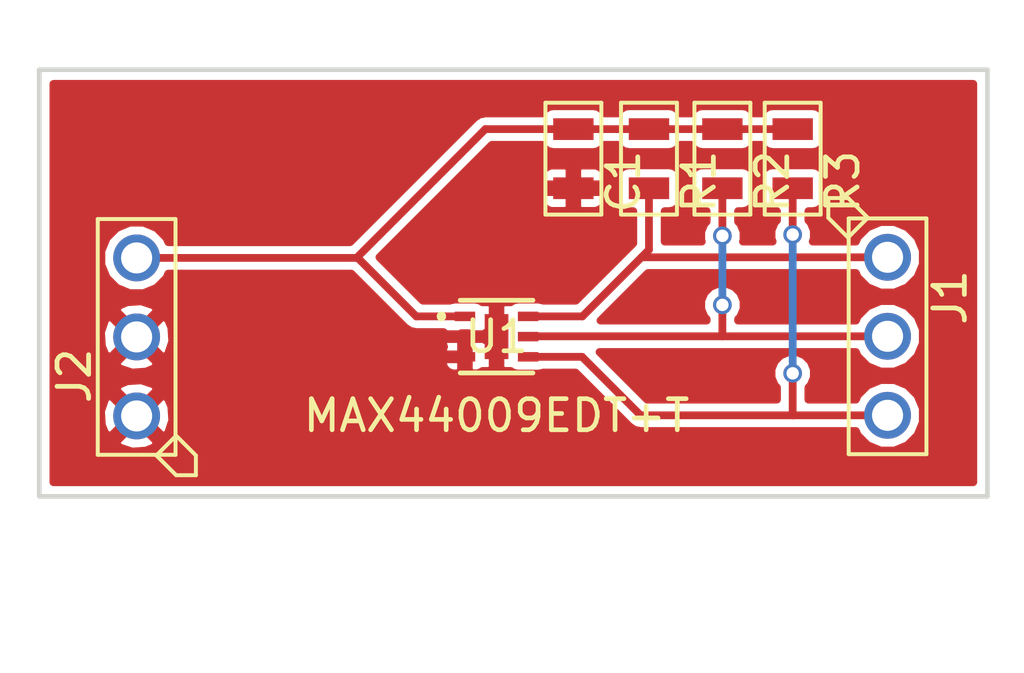
<source format=kicad_pcb>
(kicad_pcb (version 4) (host pcbnew 4.0.7)

  (general
    (links 30)
    (no_connects 14)
    (area 120.146035 82.428179 158.754606 100.098501)
    (thickness 1.6)
    (drawings 5)
    (tracks 32)
    (zones 0)
    (modules 7)
    (nets 6)
  )

  (page A4)
  (layers
    (0 F.Cu signal)
    (31 B.Cu signal)
    (32 B.Adhes user)
    (33 F.Adhes user)
    (34 B.Paste user)
    (35 F.Paste user)
    (36 B.SilkS user)
    (37 F.SilkS user)
    (38 B.Mask user)
    (39 F.Mask user)
    (40 Dwgs.User user)
    (41 Cmts.User user)
    (42 Eco1.User user)
    (43 Eco2.User user)
    (44 Edge.Cuts user)
    (45 Margin user)
    (46 B.CrtYd user)
    (47 F.CrtYd user)
    (48 B.Fab user)
    (49 F.Fab user)
  )

  (setup
    (last_trace_width 0.25)
    (trace_clearance 0.2)
    (zone_clearance 0.254)
    (zone_45_only no)
    (trace_min 0.2)
    (segment_width 0.2)
    (edge_width 0.15)
    (via_size 0.6)
    (via_drill 0.4)
    (via_min_size 0.4)
    (via_min_drill 0.3)
    (uvia_size 0.3)
    (uvia_drill 0.1)
    (uvias_allowed no)
    (uvia_min_size 0.2)
    (uvia_min_drill 0.1)
    (pcb_text_width 0.3)
    (pcb_text_size 1.5 1.5)
    (mod_edge_width 0.15)
    (mod_text_size 1 1)
    (mod_text_width 0.15)
    (pad_size 1.524 1.524)
    (pad_drill 0.762)
    (pad_to_mask_clearance 0.2)
    (aux_axis_origin 0 0)
    (visible_elements FFFE5F3F)
    (pcbplotparams
      (layerselection 0x00030_80000001)
      (usegerberextensions false)
      (excludeedgelayer true)
      (linewidth 0.100000)
      (plotframeref false)
      (viasonmask false)
      (mode 1)
      (useauxorigin false)
      (hpglpennumber 1)
      (hpglpenspeed 20)
      (hpglpendiameter 15)
      (hpglpenoverlay 2)
      (psnegative false)
      (psa4output false)
      (plotreference true)
      (plotvalue true)
      (plotinvisibletext false)
      (padsonsilk false)
      (subtractmaskfromsilk false)
      (outputformat 1)
      (mirror false)
      (drillshape 1)
      (scaleselection 1)
      (outputdirectory ""))
  )

  (net 0 "")
  (net 1 +3V3)
  (net 2 GNDREF)
  (net 3 "Net-(J1-Pad1)")
  (net 4 "Net-(J1-Pad2)")
  (net 5 "Net-(J1-Pad3)")

  (net_class Default "This is the default net class."
    (clearance 0.2)
    (trace_width 0.25)
    (via_dia 0.6)
    (via_drill 0.4)
    (uvia_dia 0.3)
    (uvia_drill 0.1)
    (add_net +3V3)
    (add_net GNDREF)
    (add_net "Net-(J1-Pad1)")
    (add_net "Net-(J1-Pad2)")
    (add_net "Net-(J1-Pad3)")
  )

  (module MF_Passives:MF_Passives-C0805 (layer F.Cu) (tedit 590423DA) (tstamp 5A667142)
    (at 144.17 76.52 270)
    (descr "DESCRIPTION: STANDARD 0805 PACKAGE FOR CAPACITORS")
    (tags "DESCRIPTION: STANDARD 0805 PACKAGE FOR CAPACITORS")
    (path /5A666373)
    (solder_mask_margin 0.1016)
    (clearance 0.1016)
    (attr smd)
    (fp_text reference C1 (at 0.73914 -1.60782 270) (layer F.SilkS)
      (effects (font (size 1.016 1.016) (thickness 0.1524)))
    )
    (fp_text value 1uF (at 0.73914 -3.13182 270) (layer F.Fab)
      (effects (font (size 1.016 1.016) (thickness 0.1524)))
    )
    (fp_line (start -1.79832 -0.89916) (end -1.79832 0.89916) (layer F.SilkS) (width 0.127))
    (fp_line (start -1.79832 0.89916) (end 1.79832 0.89916) (layer F.SilkS) (width 0.127))
    (fp_line (start 1.79832 0.89916) (end 1.79832 -0.89916) (layer F.SilkS) (width 0.127))
    (fp_line (start 1.79832 -0.89916) (end -1.79832 -0.89916) (layer F.SilkS) (width 0.127))
    (pad 1 smd rect (at -0.94996 0 90) (size 0.6985 1.29794) (layers F.Cu F.Paste F.Mask)
      (net 1 +3V3))
    (pad 2 smd rect (at 0.94996 0 90) (size 0.6985 1.29794) (layers F.Cu F.Paste F.Mask)
      (net 2 GNDREF))
  )

  (module MF_Connectors:MF_Connectors-PTH_2.54MM_01X03 (layer F.Cu) (tedit 590423DA) (tstamp 5A667149)
    (at 154.27 82.23 270)
    (descr "DESCRIPTION: PACKAGE FOR 2.54MM PITCH HEADER 3 POSITION. BASED ON 4UCON 00834.")
    (tags "DESCRIPTION: PACKAGE FOR 2.54MM PITCH HEADER 3 POSITION. BASED ON 4UCON 00834.")
    (path /5A665C2E)
    (attr virtual)
    (fp_text reference J1 (at -1.24968 -2.0066 270) (layer F.SilkS)
      (effects (font (size 1.016 1.016) (thickness 0.1524)))
    )
    (fp_text value CON_01X03_PTH_2.54MM (at -1.24968 -3.5306 270) (layer F.Fab)
      (effects (font (size 1.016 1.016) (thickness 0.1524)))
    )
    (fp_line (start -3.78968 -1.24968) (end 3.78968 -1.24968) (layer F.SilkS) (width 0.127))
    (fp_line (start 3.78968 -1.24968) (end 3.78968 1.24968) (layer F.SilkS) (width 0.127))
    (fp_line (start 3.78968 1.24968) (end -3.78968 1.24968) (layer F.SilkS) (width 0.127))
    (fp_line (start -3.78968 1.24968) (end -3.78968 -1.24968) (layer F.SilkS) (width 0.127))
    (fp_line (start -4.445 1.905) (end -3.81 1.905) (layer F.SilkS) (width 0.127))
    (fp_line (start -3.81 1.905) (end -3.175 1.27) (layer F.SilkS) (width 0.127))
    (fp_line (start -3.175 1.27) (end -3.81 0.635) (layer F.SilkS) (width 0.127))
    (fp_line (start -3.81 0.635) (end -4.445 1.27) (layer F.SilkS) (width 0.127))
    (fp_line (start -4.445 1.27) (end -4.445 1.905) (layer F.SilkS) (width 0.127))
    (pad 1 thru_hole circle (at -2.54 0 270) (size 1.50622 1.50622) (drill 0.99822) (layers *.Cu *.Mask)
      (net 3 "Net-(J1-Pad1)"))
    (pad 2 thru_hole circle (at 0 0 270) (size 1.50622 1.50622) (drill 0.99822) (layers *.Cu *.Mask)
      (net 4 "Net-(J1-Pad2)"))
    (pad 3 thru_hole circle (at 2.54 0 270) (size 1.50622 1.50622) (drill 0.99822) (layers *.Cu *.Mask)
      (net 5 "Net-(J1-Pad3)"))
  )

  (module MF_Passives:MF_Passives-R0805 (layer F.Cu) (tedit 590423DA) (tstamp 5A66714F)
    (at 146.6 76.52 270)
    (descr "DESCRIPTION: STANDARD 0805 PACKAGE FOR RESISTORS")
    (tags "DESCRIPTION: STANDARD 0805 PACKAGE FOR RESISTORS")
    (path /5A665F63)
    (solder_mask_margin 0.127)
    (clearance 0.127)
    (attr smd)
    (fp_text reference R1 (at 0.73914 -1.60782 270) (layer F.SilkS)
      (effects (font (size 1.016 1.016) (thickness 0.1524)))
    )
    (fp_text value 10k (at 0.73914 -3.13182 270) (layer F.Fab)
      (effects (font (size 1.016 1.016) (thickness 0.1524)))
    )
    (fp_line (start -1.79832 -0.89916) (end -1.79832 0.89916) (layer F.SilkS) (width 0.127))
    (fp_line (start -1.79832 0.89916) (end 1.79832 0.89916) (layer F.SilkS) (width 0.127))
    (fp_line (start 1.79832 0.89916) (end 1.79832 -0.89916) (layer F.SilkS) (width 0.127))
    (fp_line (start 1.79832 -0.89916) (end -1.79832 -0.89916) (layer F.SilkS) (width 0.127))
    (pad 1 smd rect (at -0.94996 0 90) (size 0.6985 1.29794) (layers F.Cu F.Paste F.Mask)
      (net 1 +3V3))
    (pad 2 smd rect (at 0.94996 0 90) (size 0.6985 1.29794) (layers F.Cu F.Paste F.Mask)
      (net 3 "Net-(J1-Pad1)"))
  )

  (module MF_Passives:MF_Passives-R0805 (layer F.Cu) (tedit 590423DA) (tstamp 5A667155)
    (at 148.96 76.52 270)
    (descr "DESCRIPTION: STANDARD 0805 PACKAGE FOR RESISTORS")
    (tags "DESCRIPTION: STANDARD 0805 PACKAGE FOR RESISTORS")
    (path /5A666020)
    (solder_mask_margin 0.127)
    (clearance 0.127)
    (attr smd)
    (fp_text reference R2 (at 0.73914 -1.60782 270) (layer F.SilkS)
      (effects (font (size 1.016 1.016) (thickness 0.1524)))
    )
    (fp_text value 10k (at 0.73914 -3.13182 270) (layer F.Fab)
      (effects (font (size 1.016 1.016) (thickness 0.1524)))
    )
    (fp_line (start -1.79832 -0.89916) (end -1.79832 0.89916) (layer F.SilkS) (width 0.127))
    (fp_line (start -1.79832 0.89916) (end 1.79832 0.89916) (layer F.SilkS) (width 0.127))
    (fp_line (start 1.79832 0.89916) (end 1.79832 -0.89916) (layer F.SilkS) (width 0.127))
    (fp_line (start 1.79832 -0.89916) (end -1.79832 -0.89916) (layer F.SilkS) (width 0.127))
    (pad 1 smd rect (at -0.94996 0 90) (size 0.6985 1.29794) (layers F.Cu F.Paste F.Mask)
      (net 1 +3V3))
    (pad 2 smd rect (at 0.94996 0 90) (size 0.6985 1.29794) (layers F.Cu F.Paste F.Mask)
      (net 4 "Net-(J1-Pad2)"))
  )

  (module MF_Passives:MF_Passives-R0805 (layer F.Cu) (tedit 590423DA) (tstamp 5A66715B)
    (at 151.22 76.52 270)
    (descr "DESCRIPTION: STANDARD 0805 PACKAGE FOR RESISTORS")
    (tags "DESCRIPTION: STANDARD 0805 PACKAGE FOR RESISTORS")
    (path /5A6660C8)
    (solder_mask_margin 0.127)
    (clearance 0.127)
    (attr smd)
    (fp_text reference R3 (at 0.73914 -1.60782 270) (layer F.SilkS)
      (effects (font (size 1.016 1.016) (thickness 0.1524)))
    )
    (fp_text value 10k (at 0.73914 -3.13182 270) (layer F.Fab)
      (effects (font (size 1.016 1.016) (thickness 0.1524)))
    )
    (fp_line (start -1.79832 -0.89916) (end -1.79832 0.89916) (layer F.SilkS) (width 0.127))
    (fp_line (start -1.79832 0.89916) (end 1.79832 0.89916) (layer F.SilkS) (width 0.127))
    (fp_line (start 1.79832 0.89916) (end 1.79832 -0.89916) (layer F.SilkS) (width 0.127))
    (fp_line (start 1.79832 -0.89916) (end -1.79832 -0.89916) (layer F.SilkS) (width 0.127))
    (pad 1 smd rect (at -0.94996 0 90) (size 0.6985 1.29794) (layers F.Cu F.Paste F.Mask)
      (net 1 +3V3))
    (pad 2 smd rect (at 0.94996 0 90) (size 0.6985 1.29794) (layers F.Cu F.Paste F.Mask)
      (net 5 "Net-(J1-Pad3)"))
  )

  (module light:MAX44009EDT&plus_T (layer F.Cu) (tedit 5A667C18) (tstamp 5A667174)
    (at 141.7 82.24)
    (path /5A66561A)
    (fp_text reference U1 (at 0 0) (layer F.SilkS)
      (effects (font (size 1 1) (thickness 0.15)))
    )
    (fp_text value MAX44009EDT+T (at 0 2.54) (layer F.SilkS)
      (effects (font (size 1 1) (thickness 0.15)))
    )
    (fp_line (start -1.1684 1.1684) (end 1.1684 1.1684) (layer F.SilkS) (width 0.1524))
    (fp_line (start 1.1684 -1.1684) (end -1.1684 -1.1684) (layer F.SilkS) (width 0.1524))
    (fp_line (start -1.0414 1.0414) (end 1.0414 1.0414) (layer Dwgs.User) (width 0.1524))
    (fp_line (start 1.0414 1.0414) (end 1.0414 -1.0414) (layer Dwgs.User) (width 0.1524))
    (fp_line (start 1.0414 -1.0414) (end -1.0414 -1.0414) (layer Dwgs.User) (width 0.1524))
    (fp_line (start -1.0414 -1.0414) (end -1.0414 1.0414) (layer Dwgs.User) (width 0.1524))
    (fp_circle (center -1.7728 -0.65) (end -1.6966 -0.65) (layer F.SilkS) (width 0.1524))
    (pad 1 smd rect (at -1.016 -0.649999) (size 0.6604 0.3048) (layers F.Cu)
      (net 1 +3V3))
    (pad 1 smd rect (at -1.016 -0.649999) (size 0.6604 0.3048) (layers F.Paste)
      (net 1 +3V3))
    (pad 1 smd rect (at -1.016 -0.649999) (size 0.6604 0.3048) (layers F.Mask)
      (net 1 +3V3))
    (pad 2 smd rect (at -1.016 0) (size 0.6604 0.3048) (layers F.Cu)
      (net 2 GNDREF))
    (pad 2 smd rect (at -1.016 0) (size 0.6604 0.3048) (layers F.Paste)
      (net 2 GNDREF))
    (pad 2 smd rect (at -1.016 0) (size 0.6604 0.3048) (layers F.Mask)
      (net 2 GNDREF))
    (pad 3 smd rect (at -1.016 0.649999) (size 0.6604 0.3048) (layers F.Cu)
      (net 2 GNDREF))
    (pad 3 smd rect (at -1.016 0.649999) (size 0.6604 0.3048) (layers F.Paste)
      (net 2 GNDREF))
    (pad 3 smd rect (at -1.016 0.649999) (size 0.6604 0.3048) (layers F.Mask)
      (net 2 GNDREF))
    (pad 4 smd rect (at 1.016 0.649999) (size 0.6604 0.3048) (layers F.Cu)
      (net 5 "Net-(J1-Pad3)"))
    (pad 4 smd rect (at 1.016 0.649999) (size 0.6604 0.3048) (layers F.Paste)
      (net 5 "Net-(J1-Pad3)"))
    (pad 4 smd rect (at 1.016 0.649999) (size 0.6604 0.3048) (layers F.Mask)
      (net 5 "Net-(J1-Pad3)"))
    (pad 5 smd rect (at 1.016 0) (size 0.6604 0.3048) (layers F.Cu)
      (net 4 "Net-(J1-Pad2)"))
    (pad 5 smd rect (at 1.016 0) (size 0.6604 0.3048) (layers F.Paste)
      (net 4 "Net-(J1-Pad2)"))
    (pad 5 smd rect (at 1.016 0) (size 0.6604 0.3048) (layers F.Mask)
      (net 4 "Net-(J1-Pad2)"))
    (pad 6 smd rect (at 1.016 -0.649999) (size 0.6604 0.3048) (layers F.Cu)
      (net 3 "Net-(J1-Pad1)"))
    (pad 6 smd rect (at 1.016 -0.649999) (size 0.6604 0.3048) (layers F.Paste)
      (net 3 "Net-(J1-Pad1)"))
    (pad 6 smd rect (at 1.016 -0.649999) (size 0.6604 0.3048) (layers F.Mask)
      (net 3 "Net-(J1-Pad1)"))
    (pad 7 smd rect (at 0 0) (size 0.762 1.4478) (layers F.Cu)
      (net 2 GNDREF))
    (pad 7 smd rect (at 0 0) (size 0.0254 0.0254) (layers F.Paste)
      (net 2 GNDREF))
    (pad 7 smd rect (at 0 0) (size 0.762 1.4478) (layers F.Mask)
      (net 2 GNDREF))
  )

  (module MF_Connectors:MF_Connectors-PTH_2.54MM_01X03 (layer F.Cu) (tedit 590423DA) (tstamp 5A66810B)
    (at 130.13 82.25 90)
    (descr "DESCRIPTION: PACKAGE FOR 2.54MM PITCH HEADER 3 POSITION. BASED ON 4UCON 00834.")
    (tags "DESCRIPTION: PACKAGE FOR 2.54MM PITCH HEADER 3 POSITION. BASED ON 4UCON 00834.")
    (path /5A667FE6)
    (attr virtual)
    (fp_text reference J2 (at -1.24968 -2.0066 90) (layer F.SilkS)
      (effects (font (size 1.016 1.016) (thickness 0.1524)))
    )
    (fp_text value CON_01X03_PTH_2.54MM (at -1.24968 -3.5306 90) (layer F.Fab)
      (effects (font (size 1.016 1.016) (thickness 0.1524)))
    )
    (fp_line (start -3.78968 -1.24968) (end 3.78968 -1.24968) (layer F.SilkS) (width 0.127))
    (fp_line (start 3.78968 -1.24968) (end 3.78968 1.24968) (layer F.SilkS) (width 0.127))
    (fp_line (start 3.78968 1.24968) (end -3.78968 1.24968) (layer F.SilkS) (width 0.127))
    (fp_line (start -3.78968 1.24968) (end -3.78968 -1.24968) (layer F.SilkS) (width 0.127))
    (fp_line (start -4.445 1.905) (end -3.81 1.905) (layer F.SilkS) (width 0.127))
    (fp_line (start -3.81 1.905) (end -3.175 1.27) (layer F.SilkS) (width 0.127))
    (fp_line (start -3.175 1.27) (end -3.81 0.635) (layer F.SilkS) (width 0.127))
    (fp_line (start -3.81 0.635) (end -4.445 1.27) (layer F.SilkS) (width 0.127))
    (fp_line (start -4.445 1.27) (end -4.445 1.905) (layer F.SilkS) (width 0.127))
    (pad 1 thru_hole circle (at -2.54 0 90) (size 1.50622 1.50622) (drill 0.99822) (layers *.Cu *.Mask)
      (net 2 GNDREF))
    (pad 2 thru_hole circle (at 0 0 90) (size 1.50622 1.50622) (drill 0.99822) (layers *.Cu *.Mask)
      (net 2 GNDREF))
    (pad 3 thru_hole circle (at 2.54 0 90) (size 1.50622 1.50622) (drill 0.99822) (layers *.Cu *.Mask)
      (net 1 +3V3))
  )

  (gr_line (start 127 73.66) (end 127 74.168) (angle 90) (layer Edge.Cuts) (width 0.15))
  (gr_line (start 127 87.376) (end 127 73.66) (angle 90) (layer Edge.Cuts) (width 0.15))
  (gr_line (start 157.48 87.376) (end 127 87.376) (angle 90) (layer Edge.Cuts) (width 0.15))
  (gr_line (start 157.48 73.66) (end 157.48 87.376) (angle 90) (layer Edge.Cuts) (width 0.15))
  (gr_line (start 127 73.66) (end 157.48 73.66) (angle 90) (layer Edge.Cuts) (width 0.15))

  (segment (start 144.17 75.57004) (end 141.33996 75.57004) (width 0.25) (layer F.Cu) (net 1))
  (segment (start 141.33996 75.57004) (end 137.2 79.71) (width 0.25) (layer F.Cu) (net 1) (tstamp 5A6684DF))
  (segment (start 144.17 75.57004) (end 146.6 75.57004) (width 0.25) (layer F.Cu) (net 1))
  (segment (start 146.6 75.57004) (end 148.96 75.57004) (width 0.25) (layer F.Cu) (net 1) (tstamp 5A6684D4))
  (segment (start 148.96 75.57004) (end 151.22 75.57004) (width 0.25) (layer F.Cu) (net 1) (tstamp 5A6684D5))
  (segment (start 130.13 79.71) (end 137.2 79.71) (width 0.25) (layer F.Cu) (net 1))
  (segment (start 137.2 79.71) (end 137.24 79.71) (width 0.25) (layer F.Cu) (net 1) (tstamp 5A6684ED))
  (segment (start 137.24 79.71) (end 139.120001 81.590001) (width 0.25) (layer F.Cu) (net 1) (tstamp 5A668238))
  (segment (start 139.120001 81.590001) (end 140.684 81.590001) (width 0.25) (layer F.Cu) (net 1) (tstamp 5A668242))
  (segment (start 140.674 82.25) (end 140.684 82.24) (width 0.25) (layer F.Cu) (net 2) (tstamp 5A6681C2))
  (segment (start 146.6 77.46996) (end 146.6 79.45) (width 0.25) (layer F.Cu) (net 3))
  (segment (start 146.6 79.45) (end 146.36 79.69) (width 0.25) (layer F.Cu) (net 3) (tstamp 5A6683EC))
  (segment (start 142.716 81.590001) (end 144.459999 81.590001) (width 0.25) (layer F.Cu) (net 3))
  (segment (start 146.36 79.69) (end 154.27 79.69) (width 0.25) (layer F.Cu) (net 3) (tstamp 5A6681B5))
  (segment (start 144.459999 81.590001) (end 146.36 79.69) (width 0.25) (layer F.Cu) (net 3) (tstamp 5A6681B3))
  (segment (start 148.96 77.46996) (end 148.96 79) (width 0.25) (layer F.Cu) (net 4))
  (segment (start 148.96 81.22) (end 148.96 82.23) (width 0.25) (layer F.Cu) (net 4) (tstamp 5A668413))
  (via (at 148.96 81.22) (size 0.6) (drill 0.4) (layers F.Cu B.Cu) (net 4))
  (segment (start 148.96 79) (end 148.96 81.22) (width 0.25) (layer B.Cu) (net 4) (tstamp 5A668404))
  (via (at 148.96 79) (size 0.6) (drill 0.4) (layers F.Cu B.Cu) (net 4))
  (segment (start 154.27 82.23) (end 148.96 82.23) (width 0.25) (layer F.Cu) (net 4))
  (segment (start 148.96 82.23) (end 142.726 82.23) (width 0.25) (layer F.Cu) (net 4) (tstamp 5A66841F))
  (segment (start 142.726 82.23) (end 142.716 82.24) (width 0.25) (layer F.Cu) (net 4) (tstamp 5A6681B9))
  (segment (start 151.22 77.46996) (end 151.22 78.96) (width 0.25) (layer F.Cu) (net 5))
  (segment (start 151.22 83.42) (end 151.22 84.77) (width 0.25) (layer F.Cu) (net 5) (tstamp 5A66848D))
  (via (at 151.22 83.42) (size 0.6) (drill 0.4) (layers F.Cu B.Cu) (net 5))
  (segment (start 151.22 78.96) (end 151.22 83.42) (width 0.25) (layer B.Cu) (net 5) (tstamp 5A66847F))
  (via (at 151.22 78.96) (size 0.6) (drill 0.4) (layers F.Cu B.Cu) (net 5))
  (segment (start 154.27 84.77) (end 151.22 84.77) (width 0.25) (layer F.Cu) (net 5))
  (segment (start 151.22 84.77) (end 146.33 84.77) (width 0.25) (layer F.Cu) (net 5) (tstamp 5A668494))
  (segment (start 144.449999 82.889999) (end 142.716 82.889999) (width 0.25) (layer F.Cu) (net 5) (tstamp 5A6681BE))
  (segment (start 146.33 84.77) (end 144.449999 82.889999) (width 0.25) (layer F.Cu) (net 5) (tstamp 5A6681BC))

  (zone (net 2) (net_name GNDREF) (layer F.Cu) (tstamp 5A6686FA) (hatch edge 0.508)
    (connect_pads (clearance 0.254))
    (min_thickness 0.254)
    (fill yes (arc_segments 16) (thermal_gap 0.254) (thermal_bridge_width 0.5))
    (polygon
      (pts
        (xy 157.48 87.376) (xy 127 87.376) (xy 127 73.66) (xy 157.48 73.66)
      )
    )
    (filled_polygon
      (pts
        (xy 157.024 86.92) (xy 127.456 86.92) (xy 127.456 85.622212) (xy 129.471736 85.622212) (xy 129.553692 85.79248)
        (xy 129.981193 85.936714) (xy 130.431349 85.906372) (xy 130.706308 85.79248) (xy 130.788264 85.622212) (xy 130.13 84.963948)
        (xy 129.471736 85.622212) (xy 127.456 85.622212) (xy 127.456 84.641193) (xy 128.983286 84.641193) (xy 129.013628 85.091349)
        (xy 129.12752 85.366308) (xy 129.297788 85.448264) (xy 129.956052 84.79) (xy 130.303948 84.79) (xy 130.962212 85.448264)
        (xy 131.13248 85.366308) (xy 131.276714 84.938807) (xy 131.246372 84.488651) (xy 131.13248 84.213692) (xy 130.962212 84.131736)
        (xy 130.303948 84.79) (xy 129.956052 84.79) (xy 129.297788 84.131736) (xy 129.12752 84.213692) (xy 128.983286 84.641193)
        (xy 127.456 84.641193) (xy 127.456 83.957788) (xy 129.471736 83.957788) (xy 130.13 84.616052) (xy 130.788264 83.957788)
        (xy 130.706308 83.78752) (xy 130.278807 83.643286) (xy 129.828651 83.673628) (xy 129.553692 83.78752) (xy 129.471736 83.957788)
        (xy 127.456 83.957788) (xy 127.456 83.082212) (xy 129.471736 83.082212) (xy 129.553692 83.25248) (xy 129.981193 83.396714)
        (xy 130.431349 83.366372) (xy 130.706308 83.25248) (xy 130.788264 83.082212) (xy 130.767501 83.061449) (xy 139.9728 83.061449)
        (xy 139.9728 83.118184) (xy 140.030804 83.258218) (xy 140.13798 83.365395) (xy 140.278014 83.423399) (xy 140.46575 83.423399)
        (xy 140.561 83.328149) (xy 140.561 82.966199) (xy 140.06805 82.966199) (xy 139.9728 83.061449) (xy 130.767501 83.061449)
        (xy 130.13 82.423948) (xy 129.471736 83.082212) (xy 127.456 83.082212) (xy 127.456 82.101193) (xy 128.983286 82.101193)
        (xy 129.013628 82.551349) (xy 129.12752 82.826308) (xy 129.297788 82.908264) (xy 129.956052 82.25) (xy 130.303948 82.25)
        (xy 130.962212 82.908264) (xy 131.13248 82.826308) (xy 131.272448 82.41145) (xy 139.9728 82.41145) (xy 139.9728 82.468185)
        (xy 140.012902 82.565) (xy 139.9728 82.661814) (xy 139.9728 82.718549) (xy 140.06805 82.813799) (xy 140.561 82.813799)
        (xy 140.561 82.3162) (xy 140.807 82.3162) (xy 140.807 82.813799) (xy 140.827 82.813799) (xy 140.827 82.966199)
        (xy 140.807 82.966199) (xy 140.807 83.328149) (xy 140.90225 83.423399) (xy 141.089986 83.423399) (xy 141.23002 83.365395)
        (xy 141.250515 83.3449) (xy 141.48175 83.3449) (xy 141.577 83.24965) (xy 141.577 82.363) (xy 141.34675 82.363)
        (xy 141.29995 82.3162) (xy 140.807 82.3162) (xy 140.561 82.3162) (xy 140.06805 82.3162) (xy 139.9728 82.41145)
        (xy 131.272448 82.41145) (xy 131.276714 82.398807) (xy 131.246372 81.948651) (xy 131.13248 81.673692) (xy 130.962212 81.591736)
        (xy 130.303948 82.25) (xy 129.956052 82.25) (xy 129.297788 81.591736) (xy 129.12752 81.673692) (xy 128.983286 82.101193)
        (xy 127.456 82.101193) (xy 127.456 81.417788) (xy 129.471736 81.417788) (xy 130.13 82.076052) (xy 130.788264 81.417788)
        (xy 130.706308 81.24752) (xy 130.278807 81.103286) (xy 129.828651 81.133628) (xy 129.553692 81.24752) (xy 129.471736 81.417788)
        (xy 127.456 81.417788) (xy 127.456 79.934599) (xy 128.995693 79.934599) (xy 129.167987 80.351583) (xy 129.486739 80.670891)
        (xy 129.903422 80.843913) (xy 130.354599 80.844307) (xy 130.771583 80.672013) (xy 131.090891 80.353261) (xy 131.147887 80.216)
        (xy 137.030408 80.216) (xy 138.762205 81.947797) (xy 138.926363 82.057484) (xy 139.120001 82.096001) (xy 140.000251 82.096001)
        (xy 140.06805 82.1638) (xy 140.561 82.1638) (xy 140.561 82.130865) (xy 140.807 82.130865) (xy 140.807 82.1638)
        (xy 141.29995 82.1638) (xy 141.34675 82.117) (xy 141.577 82.117) (xy 141.577 81.23035) (xy 141.823 81.23035)
        (xy 141.823 82.117) (xy 141.843 82.117) (xy 141.843 82.363) (xy 141.823 82.363) (xy 141.823 83.24965)
        (xy 141.91825 83.3449) (xy 142.153647 83.3449) (xy 142.234666 83.400258) (xy 142.3858 83.430863) (xy 143.0462 83.430863)
        (xy 143.18739 83.404296) (xy 143.200284 83.395999) (xy 144.240407 83.395999) (xy 145.972204 85.127796) (xy 146.136362 85.237483)
        (xy 146.33 85.276) (xy 153.251965 85.276) (xy 153.307987 85.411583) (xy 153.626739 85.730891) (xy 154.043422 85.903913)
        (xy 154.494599 85.904307) (xy 154.911583 85.732013) (xy 155.230891 85.413261) (xy 155.403913 84.996578) (xy 155.404307 84.545401)
        (xy 155.232013 84.128417) (xy 154.913261 83.809109) (xy 154.496578 83.636087) (xy 154.045401 83.635693) (xy 153.628417 83.807987)
        (xy 153.309109 84.126739) (xy 153.252113 84.264) (xy 151.726 84.264) (xy 151.726 83.877123) (xy 151.796987 83.806259)
        (xy 151.900882 83.556054) (xy 151.901118 83.285135) (xy 151.797661 83.034748) (xy 151.606259 82.843013) (xy 151.356054 82.739118)
        (xy 151.085135 82.738882) (xy 150.834748 82.842339) (xy 150.643013 83.033741) (xy 150.539118 83.283946) (xy 150.538882 83.554865)
        (xy 150.642339 83.805252) (xy 150.714 83.877038) (xy 150.714 84.264) (xy 146.539592 84.264) (xy 145.011592 82.736)
        (xy 153.251965 82.736) (xy 153.307987 82.871583) (xy 153.626739 83.190891) (xy 154.043422 83.363913) (xy 154.494599 83.364307)
        (xy 154.911583 83.192013) (xy 155.230891 82.873261) (xy 155.403913 82.456578) (xy 155.404307 82.005401) (xy 155.232013 81.588417)
        (xy 154.913261 81.269109) (xy 154.496578 81.096087) (xy 154.045401 81.095693) (xy 153.628417 81.267987) (xy 153.309109 81.586739)
        (xy 153.252113 81.724) (xy 149.466 81.724) (xy 149.466 81.677123) (xy 149.536987 81.606259) (xy 149.640882 81.356054)
        (xy 149.641118 81.085135) (xy 149.537661 80.834748) (xy 149.346259 80.643013) (xy 149.096054 80.539118) (xy 148.825135 80.538882)
        (xy 148.574748 80.642339) (xy 148.383013 80.833741) (xy 148.279118 81.083946) (xy 148.278882 81.354865) (xy 148.382339 81.605252)
        (xy 148.454 81.677038) (xy 148.454 81.724) (xy 145.041592 81.724) (xy 146.569592 80.196) (xy 153.251965 80.196)
        (xy 153.307987 80.331583) (xy 153.626739 80.650891) (xy 154.043422 80.823913) (xy 154.494599 80.824307) (xy 154.911583 80.652013)
        (xy 155.230891 80.333261) (xy 155.403913 79.916578) (xy 155.404307 79.465401) (xy 155.232013 79.048417) (xy 154.913261 78.729109)
        (xy 154.496578 78.556087) (xy 154.045401 78.555693) (xy 153.628417 78.727987) (xy 153.309109 79.046739) (xy 153.252113 79.184)
        (xy 151.864363 79.184) (xy 151.900882 79.096054) (xy 151.901118 78.825135) (xy 151.797661 78.574748) (xy 151.726 78.502962)
        (xy 151.726 78.207674) (xy 151.86897 78.207674) (xy 152.01016 78.181107) (xy 152.139835 78.097664) (xy 152.226829 77.970344)
        (xy 152.257434 77.81921) (xy 152.257434 77.12071) (xy 152.230867 76.97952) (xy 152.147424 76.849845) (xy 152.020104 76.762851)
        (xy 151.86897 76.732246) (xy 150.57103 76.732246) (xy 150.42984 76.758813) (xy 150.300165 76.842256) (xy 150.213171 76.969576)
        (xy 150.182566 77.12071) (xy 150.182566 77.81921) (xy 150.209133 77.9604) (xy 150.292576 78.090075) (xy 150.419896 78.177069)
        (xy 150.57103 78.207674) (xy 150.714 78.207674) (xy 150.714 78.502877) (xy 150.643013 78.573741) (xy 150.539118 78.823946)
        (xy 150.538882 79.094865) (xy 150.575712 79.184) (xy 149.620973 79.184) (xy 149.640882 79.136054) (xy 149.641118 78.865135)
        (xy 149.537661 78.614748) (xy 149.466 78.542962) (xy 149.466 78.207674) (xy 149.60897 78.207674) (xy 149.75016 78.181107)
        (xy 149.879835 78.097664) (xy 149.966829 77.970344) (xy 149.997434 77.81921) (xy 149.997434 77.12071) (xy 149.970867 76.97952)
        (xy 149.887424 76.849845) (xy 149.760104 76.762851) (xy 149.60897 76.732246) (xy 148.31103 76.732246) (xy 148.16984 76.758813)
        (xy 148.040165 76.842256) (xy 147.953171 76.969576) (xy 147.922566 77.12071) (xy 147.922566 77.81921) (xy 147.949133 77.9604)
        (xy 148.032576 78.090075) (xy 148.159896 78.177069) (xy 148.31103 78.207674) (xy 148.454 78.207674) (xy 148.454 78.542877)
        (xy 148.383013 78.613741) (xy 148.279118 78.863946) (xy 148.278882 79.134865) (xy 148.299184 79.184) (xy 147.106 79.184)
        (xy 147.106 78.207674) (xy 147.24897 78.207674) (xy 147.39016 78.181107) (xy 147.519835 78.097664) (xy 147.606829 77.970344)
        (xy 147.637434 77.81921) (xy 147.637434 77.12071) (xy 147.610867 76.97952) (xy 147.527424 76.849845) (xy 147.400104 76.762851)
        (xy 147.24897 76.732246) (xy 145.95103 76.732246) (xy 145.80984 76.758813) (xy 145.680165 76.842256) (xy 145.593171 76.969576)
        (xy 145.562566 77.12071) (xy 145.562566 77.81921) (xy 145.589133 77.9604) (xy 145.672576 78.090075) (xy 145.799896 78.177069)
        (xy 145.95103 78.207674) (xy 146.094 78.207674) (xy 146.094 79.240408) (xy 144.250407 81.084001) (xy 143.203567 81.084001)
        (xy 143.197334 81.079742) (xy 143.0462 81.049137) (xy 142.3858 81.049137) (xy 142.24461 81.075704) (xy 142.152305 81.1351)
        (xy 141.91825 81.1351) (xy 141.823 81.23035) (xy 141.577 81.23035) (xy 141.48175 81.1351) (xy 141.246353 81.1351)
        (xy 141.165334 81.079742) (xy 141.0142 81.049137) (xy 140.3538 81.049137) (xy 140.21261 81.075704) (xy 140.199716 81.084001)
        (xy 139.329593 81.084001) (xy 137.935592 79.69) (xy 139.937382 77.68821) (xy 143.14003 77.68821) (xy 143.14003 77.894996)
        (xy 143.198034 78.03503) (xy 143.305211 78.142206) (xy 143.445245 78.20021) (xy 143.95175 78.20021) (xy 144.047 78.10496)
        (xy 144.047 77.59296) (xy 144.293 77.59296) (xy 144.293 78.10496) (xy 144.38825 78.20021) (xy 144.894755 78.20021)
        (xy 145.034789 78.142206) (xy 145.141966 78.03503) (xy 145.19997 77.894996) (xy 145.19997 77.68821) (xy 145.10472 77.59296)
        (xy 144.293 77.59296) (xy 144.047 77.59296) (xy 143.23528 77.59296) (xy 143.14003 77.68821) (xy 139.937382 77.68821)
        (xy 140.580668 77.044924) (xy 143.14003 77.044924) (xy 143.14003 77.25171) (xy 143.23528 77.34696) (xy 144.047 77.34696)
        (xy 144.047 76.83496) (xy 144.293 76.83496) (xy 144.293 77.34696) (xy 145.10472 77.34696) (xy 145.19997 77.25171)
        (xy 145.19997 77.044924) (xy 145.141966 76.90489) (xy 145.034789 76.797714) (xy 144.894755 76.73971) (xy 144.38825 76.73971)
        (xy 144.293 76.83496) (xy 144.047 76.83496) (xy 143.95175 76.73971) (xy 143.445245 76.73971) (xy 143.305211 76.797714)
        (xy 143.198034 76.90489) (xy 143.14003 77.044924) (xy 140.580668 77.044924) (xy 141.549552 76.07604) (xy 143.169146 76.07604)
        (xy 143.242576 76.190155) (xy 143.369896 76.277149) (xy 143.52103 76.307754) (xy 144.81897 76.307754) (xy 144.96016 76.281187)
        (xy 145.089835 76.197744) (xy 145.172992 76.07604) (xy 145.599146 76.07604) (xy 145.672576 76.190155) (xy 145.799896 76.277149)
        (xy 145.95103 76.307754) (xy 147.24897 76.307754) (xy 147.39016 76.281187) (xy 147.519835 76.197744) (xy 147.602992 76.07604)
        (xy 147.959146 76.07604) (xy 148.032576 76.190155) (xy 148.159896 76.277149) (xy 148.31103 76.307754) (xy 149.60897 76.307754)
        (xy 149.75016 76.281187) (xy 149.879835 76.197744) (xy 149.962992 76.07604) (xy 150.219146 76.07604) (xy 150.292576 76.190155)
        (xy 150.419896 76.277149) (xy 150.57103 76.307754) (xy 151.86897 76.307754) (xy 152.01016 76.281187) (xy 152.139835 76.197744)
        (xy 152.226829 76.070424) (xy 152.257434 75.91929) (xy 152.257434 75.22079) (xy 152.230867 75.0796) (xy 152.147424 74.949925)
        (xy 152.020104 74.862931) (xy 151.86897 74.832326) (xy 150.57103 74.832326) (xy 150.42984 74.858893) (xy 150.300165 74.942336)
        (xy 150.217008 75.06404) (xy 149.960854 75.06404) (xy 149.887424 74.949925) (xy 149.760104 74.862931) (xy 149.60897 74.832326)
        (xy 148.31103 74.832326) (xy 148.16984 74.858893) (xy 148.040165 74.942336) (xy 147.957008 75.06404) (xy 147.600854 75.06404)
        (xy 147.527424 74.949925) (xy 147.400104 74.862931) (xy 147.24897 74.832326) (xy 145.95103 74.832326) (xy 145.80984 74.858893)
        (xy 145.680165 74.942336) (xy 145.597008 75.06404) (xy 145.170854 75.06404) (xy 145.097424 74.949925) (xy 144.970104 74.862931)
        (xy 144.81897 74.832326) (xy 143.52103 74.832326) (xy 143.37984 74.858893) (xy 143.250165 74.942336) (xy 143.167008 75.06404)
        (xy 141.33996 75.06404) (xy 141.146322 75.102557) (xy 140.982164 75.212244) (xy 136.990408 79.204) (xy 131.148035 79.204)
        (xy 131.092013 79.068417) (xy 130.773261 78.749109) (xy 130.356578 78.576087) (xy 129.905401 78.575693) (xy 129.488417 78.747987)
        (xy 129.169109 79.066739) (xy 128.996087 79.483422) (xy 128.995693 79.934599) (xy 127.456 79.934599) (xy 127.456 74.116)
        (xy 157.024 74.116)
      )
    )
  )
)

</source>
